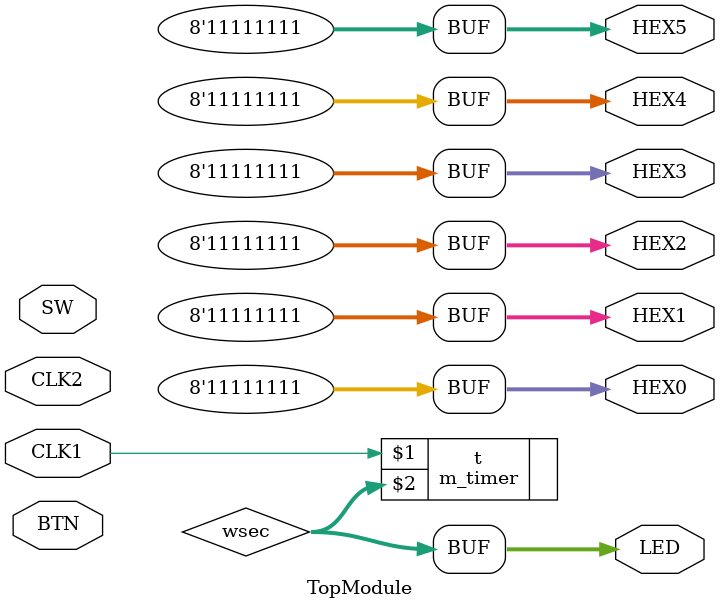
<source format=v>
module TopModule(
	//////////// CLOCK //////////
	input 		          		CLK1,
	input 		          		CLK2,
	//////////// SEG7 //////////
	output		     [7:0]		HEX0,
	output		     [7:0]		HEX1,
	output		     [7:0]		HEX2,
	output		     [7:0]		HEX3,
	output		     [7:0]		HEX4,
	output		     [7:0]		HEX5,
	//////////// Push Button //////////
	input 		     [1:0]		BTN,
	//////////// LED //////////
	output		     [9:0]		LED,
	//////////// SW //////////
	input 		     [9:0]		SW

	);
	wire [9:0] wsec;
	
	m_timer t(CLK1,wsec);
	
	assign LED=wsec;
	assign HEX0=8'hff;
	assign HEX1=8'hff;
	assign HEX2=8'hff;
	assign HEX3=8'hff;
	assign HEX4=8'hff;
	assign HEX5=8'hff;
	
endmodule

</source>
